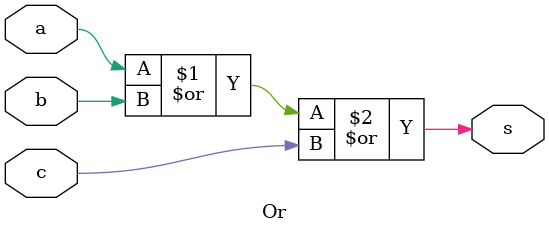
<source format=sv>
module Or(
   input a,b,c,
  output s);
  
  assign s = a|b|c;
  
endmodule
</source>
